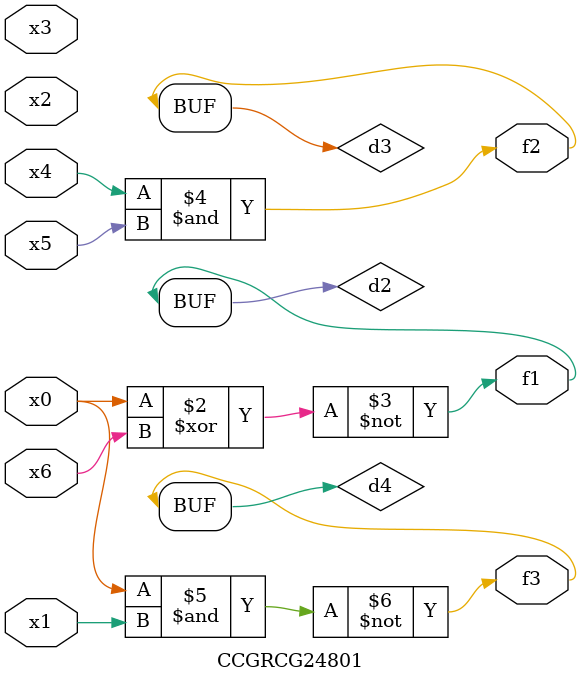
<source format=v>
module CCGRCG24801(
	input x0, x1, x2, x3, x4, x5, x6,
	output f1, f2, f3
);

	wire d1, d2, d3, d4;

	nor (d1, x0);
	xnor (d2, x0, x6);
	and (d3, x4, x5);
	nand (d4, x0, x1);
	assign f1 = d2;
	assign f2 = d3;
	assign f3 = d4;
endmodule

</source>
